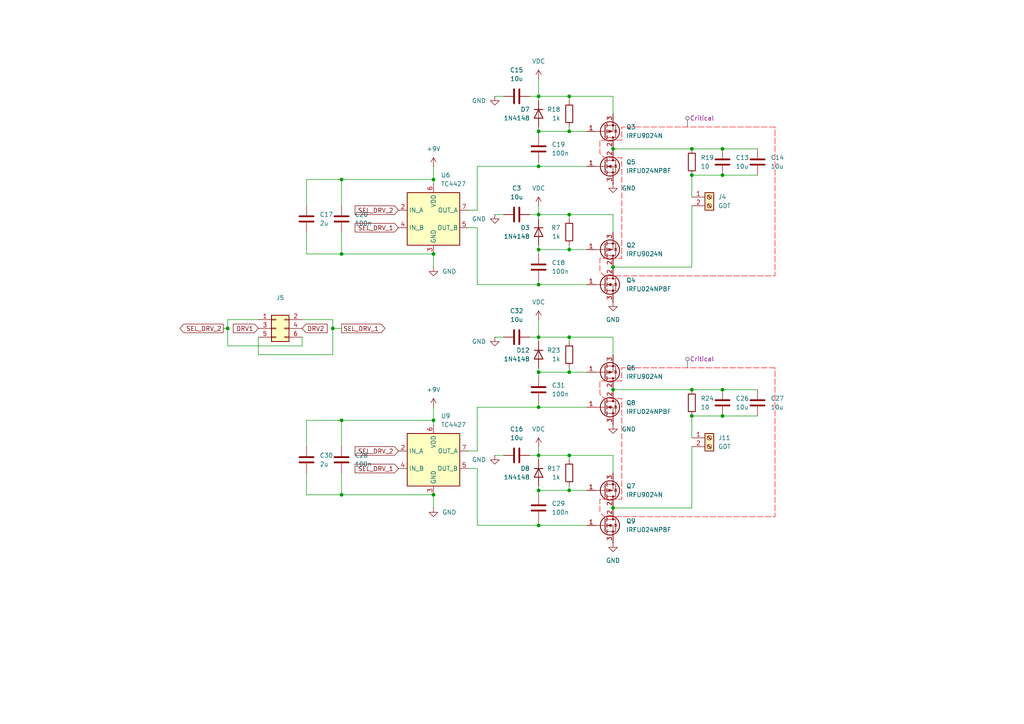
<source format=kicad_sch>
(kicad_sch (version 20250114) (generator "eeschema") (generator_version "9.0")
  (paper "A4")
  (lib_symbols
    (symbol "Connector:Screw_Terminal_01x02" (pin_names (offset 1.016) (hide yes))
      (property "Reference" "J" (at 0 2.54 0))
      (property "Value" "Screw_Terminal_01x02" (at 0 -5.08 0))
      (symbol "Screw_Terminal_01x02_1_1"
        (rectangle (start -1.27 1.27) (end 1.27 -3.81) (stroke (width 0.254)) (fill (type background)))
        (polyline (pts (xy -0.5334 0.3302) (xy 0.3302 -0.508)) (stroke (width 0.1524)))
        (polyline (pts (xy -0.5334 -2.2098) (xy 0.3302 -3.048)) (stroke (width 0.1524)))
        (polyline (pts (xy -0.3556 0.508) (xy 0.508 -0.3302)) (stroke (width 0.1524)))
        (polyline (pts (xy -0.3556 -2.032) (xy 0.508 -2.8702)) (stroke (width 0.1524)))
        (circle (center 0 0) (radius 0.635) (stroke (width 0.1524)))
        (circle (center 0 -2.54) (radius 0.635) (stroke (width 0.1524)))
        (pin passive line (at -5.08 0 0) (length 3.81) (name "Pin_1") (number "1"))
        (pin passive line (at -5.08 -2.54 0) (length 3.81) (name "Pin_2") (number "2"))
      )
    )
    (symbol "Connector_Generic:Conn_02x03_Odd_Even" (pin_names (offset 1.016) (hide yes))
      (property "Reference" "J" (at 1.27 5.08 0))
      (property "Value" "Conn_02x03_Odd_Even" (at 1.27 -5.08 0))
      (symbol "Conn_02x03_Odd_Even_1_1"
        (rectangle (start -1.27 3.81) (end 3.81 -3.81) (stroke (width 0.254)) (fill (type background)))
        (rectangle (start -1.27 2.667) (end 0 2.413) (stroke (width 0.1524)))
        (rectangle (start -1.27 0.127) (end 0 -0.127) (stroke (width 0.1524)))
        (rectangle (start -1.27 -2.413) (end 0 -2.667) (stroke (width 0.1524)))
        (rectangle (start 3.81 2.667) (end 2.54 2.413) (stroke (width 0.1524)))
        (rectangle (start 3.81 0.127) (end 2.54 -0.127) (stroke (width 0.1524)))
        (rectangle (start 3.81 -2.413) (end 2.54 -2.667) (stroke (width 0.1524)))
        (pin passive line (at -5.08 2.54 0) (length 3.81) (name "Pin_1") (number "1"))
        (pin passive line (at -5.08 0 0) (length 3.81) (name "Pin_3") (number "3"))
        (pin passive line (at -5.08 -2.54 0) (length 3.81) (name "Pin_5") (number "5"))
        (pin passive line (at 7.62 2.54 180) (length 3.81) (name "Pin_2") (number "2"))
        (pin passive line (at 7.62 0 180) (length 3.81) (name "Pin_4") (number "4"))
        (pin passive line (at 7.62 -2.54 180) (length 3.81) (name "Pin_6") (number "6"))
      )
    )
    (symbol "Device:C" (pin_numbers (hide yes)) (pin_names (offset 0.254))
      (property "Reference" "C" (at 0.635 2.54 0))
      (property "Value" "C" (at 0.635 -2.54 0))
      (symbol "C_0_1"
        (polyline (pts (xy -2.032 0.762) (xy 2.032 0.762)) (stroke (width 0.508)))
        (polyline (pts (xy -2.032 -0.762) (xy 2.032 -0.762)) (stroke (width 0.508)))
      )
      (symbol "C_1_1"
        (pin passive line (at 0 3.81 270) (length 2.794) (name "~") (number "1"))
        (pin passive line (at 0 -3.81 90) (length 2.794) (name "~") (number "2"))
      )
    )
    (symbol "Device:R" (pin_numbers (hide yes)) (pin_names (offset 0))
      (property "Reference" "R" (at 2.032 0 90))
      (property "Value" "R" (at 0 0 90))
      (symbol "R_0_1"
        (rectangle (start -1.016 -2.54) (end 1.016 2.54) (stroke (width 0.254)))
      )
      (symbol "R_1_1"
        (pin passive line (at 0 3.81 270) (length 1.27) (name "~") (number "1"))
        (pin passive line (at 0 -3.81 90) (length 1.27) (name "~") (number "2"))
      )
    )
    (symbol "Diode:1N4148" (pin_numbers (hide yes)) (pin_names (hide yes))
      (property "Reference" "D" (at 0 2.54 0))
      (property "Value" "1N4148" (at 0 -2.54 0))
      (symbol "1N4148_0_1"
        (polyline (pts (xy -1.27 1.27) (xy -1.27 -1.27)) (stroke (width 0.254)))
        (polyline (pts (xy 1.27 1.27) (xy 1.27 -1.27) (xy -1.27 0) (xy 1.27 1.27)) (stroke (width 0.254)))
        (polyline (pts (xy 1.27 0) (xy -1.27 0)))
      )
      (symbol "1N4148_1_1"
        (pin passive line (at -3.81 0 0) (length 2.54) (name "K") (number "1"))
        (pin passive line (at 3.81 0 180) (length 2.54) (name "A") (number "2"))
      )
    )
    (symbol "Driver_FET:TC4427xOA"
      (property "Reference" "U" (at -7.62 8.89 0))
      (property "Value" "TC4427xOA" (at 1.27 8.89 0))
      (symbol "TC4427xOA_0_1"
        (rectangle (start -7.62 -7.62) (end 7.62 7.62) (stroke (width 0.254)) (fill (type background)))
      )
      (symbol "TC4427xOA_1_1"
        (pin input line (at -10.16 2.54 0) (length 2.54) (name "IN_A") (number "2"))
        (pin input line (at -10.16 -2.54 0) (length 2.54) (name "IN_B") (number "4"))
        (pin no_connect line (at -7.62 0 0) (length 2.54) (hide yes) (name "NC") (number "1"))
        (pin power_in line (at 0 10.16 270) (length 2.54) (name "VDD") (number "6"))
        (pin power_in line (at 0 -10.16 90) (length 2.54) (name "GND") (number "3"))
        (pin no_connect line (at 7.62 0 180) (length 2.54) (hide yes) (name "NC") (number "8"))
        (pin output line (at 10.16 2.54 180) (length 2.54) (name "OUT_A") (number "7"))
        (pin output line (at 10.16 -2.54 180) (length 2.54) (name "OUT_B") (number "5"))
      )
    )
    (symbol "Transistor_FET:Q_NMOS_GDS" (pin_names (offset 0) (hide yes))
      (property "Reference" "Q" (at 5.08 1.905 0))
      (property "Value" "Q_NMOS_GDS" (at 5.08 0 0))
      (symbol "Q_NMOS_GDS_0_1"
        (polyline (pts (xy 0.254 1.905) (xy 0.254 -1.905)) (stroke (width 0.254)))
        (polyline (pts (xy 0.254 0) (xy -2.54 0)))
        (polyline (pts (xy 0.762 2.286) (xy 0.762 1.27)) (stroke (width 0.254)))
        (polyline (pts (xy 0.762 0.508) (xy 0.762 -0.508)) (stroke (width 0.254)))
        (polyline (pts (xy 0.762 -1.27) (xy 0.762 -2.286)) (stroke (width 0.254)))
        (polyline (pts (xy 0.762 -1.778) (xy 3.302 -1.778) (xy 3.302 1.778) (xy 0.762 1.778)))
        (polyline (pts (xy 1.016 0) (xy 2.032 0.381) (xy 2.032 -0.381) (xy 1.016 0)) (fill (type outline)))
        (circle (center 1.651 0) (radius 2.794) (stroke (width 0.254)))
        (polyline (pts (xy 2.54 2.54) (xy 2.54 1.778)))
        (circle (center 2.54 1.778) (radius 0.254) (fill (type outline)))
        (circle (center 2.54 -1.778) (radius 0.254) (fill (type outline)))
        (polyline (pts (xy 2.54 -2.54) (xy 2.54 0) (xy 0.762 0)))
        (polyline (pts (xy 2.921 0.381) (xy 3.683 0.381)))
        (polyline (pts (xy 3.302 0.381) (xy 2.921 -0.254) (xy 3.683 -0.254) (xy 3.302 0.381)))
      )
      (symbol "Q_NMOS_GDS_1_1"
        (pin input line (at -5.08 0 0) (length 2.54) (name "G") (number "1"))
        (pin passive line (at 2.54 5.08 270) (length 2.54) (name "D") (number "2"))
        (pin passive line (at 2.54 -5.08 90) (length 2.54) (name "S") (number "3"))
      )
    )
    (symbol "Transistor_FET:Q_PMOS_GDS" (pin_names (offset 0) (hide yes))
      (property "Reference" "Q" (at 5.08 1.905 0))
      (property "Value" "Q_PMOS_GDS" (at 5.08 0 0))
      (symbol "Q_PMOS_GDS_0_1"
        (polyline (pts (xy 0.254 1.905) (xy 0.254 -1.905)) (stroke (width 0.254)))
        (polyline (pts (xy 0.254 0) (xy -2.54 0)))
        (polyline (pts (xy 0.762 2.286) (xy 0.762 1.27)) (stroke (width 0.254)))
        (polyline (pts (xy 0.762 1.778) (xy 3.302 1.778) (xy 3.302 -1.778) (xy 0.762 -1.778)))
        (polyline (pts (xy 0.762 0.508) (xy 0.762 -0.508)) (stroke (width 0.254)))
        (polyline (pts (xy 0.762 -1.27) (xy 0.762 -2.286)) (stroke (width 0.254)))
        (circle (center 1.651 0) (radius 2.794) (stroke (width 0.254)))
        (polyline (pts (xy 2.286 0) (xy 1.27 0.381) (xy 1.27 -0.381) (xy 2.286 0)) (fill (type outline)))
        (polyline (pts (xy 2.54 2.54) (xy 2.54 1.778)))
        (circle (center 2.54 1.778) (radius 0.254) (fill (type outline)))
        (circle (center 2.54 -1.778) (radius 0.254) (fill (type outline)))
        (polyline (pts (xy 2.54 -2.54) (xy 2.54 0) (xy 0.762 0)))
        (polyline (pts (xy 2.921 -0.381) (xy 3.683 -0.381)))
        (polyline (pts (xy 3.302 -0.381) (xy 2.921 0.254) (xy 3.683 0.254) (xy 3.302 -0.381)))
      )
      (symbol "Q_PMOS_GDS_1_1"
        (pin input line (at -5.08 0 0) (length 2.54) (name "G") (number "1"))
        (pin passive line (at 2.54 5.08 270) (length 2.54) (name "D") (number "2"))
        (pin passive line (at 2.54 -5.08 90) (length 2.54) (name "S") (number "3"))
      )
    )
    (symbol "power:+9V" (power) (pin_numbers (hide yes)) (pin_names (offset 0) (hide yes))
      (property "Value" "+9V" (at 0 3.556 0))
      (symbol "+9V_0_1"
        (polyline (pts (xy -0.762 1.27) (xy 0 2.54)))
        (polyline (pts (xy 0 2.54) (xy 0.762 1.27)))
        (polyline (pts (xy 0 0) (xy 0 2.54)))
      )
      (symbol "+9V_1_1"
        (pin power_in line (at 0 0 90) (length 0) (name "~") (number "1"))
      )
    )
    (symbol "power:GND" (power) (pin_numbers (hide yes)) (pin_names (offset 0) (hide yes))
      (property "Value" "GND" (at 0 -3.81 0))
      (symbol "GND_0_1"
        (polyline (pts (xy 0 0) (xy 0 -1.27) (xy 1.27 -1.27) (xy 0 -2.54) (xy -1.27 -1.27) (xy 0 -1.27)))
      )
      (symbol "GND_1_1"
        (pin power_in line (at 0 0 270) (length 0) (name "~") (number "1"))
      )
    )
    (symbol "power:VDC" (power) (pin_numbers (hide yes)) (pin_names (offset 0) (hide yes))
      (property "Value" "VDC" (at 0 3.556 0))
      (symbol "VDC_0_1"
        (polyline (pts (xy -0.762 1.27) (xy 0 2.54)))
        (polyline (pts (xy 0 2.54) (xy 0.762 1.27)))
        (polyline (pts (xy 0 0) (xy 0 2.54)))
      )
      (symbol "VDC_1_1"
        (pin power_in line (at 0 0 90) (length 0) (name "~") (number "1"))
      )
    )
  )
  (junction (at 177.8 43.18))
  (junction (at 200.66 113.03))
  (junction (at 177.8 147.32))
  (junction (at 156.21 132.08))
  (junction (at 96.52 95.25))
  (junction (at 165.1 38.1))
  (junction (at 125.73 52.07))
  (junction (at 99.06 143.51))
  (junction (at 200.66 50.8))
  (junction (at 99.06 73.66))
  (junction (at 165.1 72.39))
  (junction (at 165.1 62.23))
  (junction (at 209.55 43.18))
  (junction (at 165.1 27.94))
  (junction (at 200.66 43.18))
  (junction (at 200.66 120.65))
  (junction (at 209.55 113.03))
  (junction (at 125.73 73.66))
  (junction (at 165.1 107.95))
  (junction (at 209.55 50.8))
  (junction (at 156.21 97.79))
  (junction (at 156.21 107.95))
  (junction (at 165.1 142.24))
  (junction (at 99.06 52.07))
  (junction (at 209.55 120.65))
  (junction (at 156.21 142.24))
  (junction (at 156.21 118.11))
  (junction (at 99.06 121.92))
  (junction (at 66.04 95.25))
  (junction (at 177.8 77.47))
  (junction (at 156.21 38.1))
  (junction (at 125.73 143.51))
  (junction (at 156.21 152.4))
  (junction (at 156.21 62.23))
  (junction (at 156.21 27.94))
  (junction (at 125.73 121.92))
  (junction (at 177.8 113.03))
  (junction (at 156.21 72.39))
  (junction (at 156.21 48.26))
  (junction (at 165.1 132.08))
  (junction (at 165.1 97.79))
  (junction (at 156.21 82.55))
  (wire (pts (xy 177.8 97.79) (xy 165.1 97.79)))
  (wire (pts (xy 99.06 143.51) (xy 125.73 143.51)))
  (wire (pts (xy 165.1 27.94) (xy 165.1 29.21)))
  (wire (pts (xy 74.93 102.87) (xy 96.52 102.87)))
  (wire (pts (xy 156.21 118.11) (xy 170.18 118.11)))
  (wire (pts (xy 200.66 50.8) (xy 209.55 50.8)))
  (wire (pts (xy 209.55 50.8) (xy 219.71 50.8)))
  (wire (pts (xy 156.21 82.55) (xy 170.18 82.55)))
  (wire (pts (xy 87.63 100.33) (xy 66.04 100.33)))
  (wire (pts (xy 165.1 62.23) (xy 165.1 63.5)))
  (wire (pts (xy 156.21 27.94) (xy 165.1 27.94)))
  (wire (pts (xy 177.8 33.02) (xy 177.8 27.94)))
  (wire (pts (xy 156.21 62.23) (xy 156.21 63.5)))
  (wire (pts (xy 138.43 48.26) (xy 156.21 48.26)))
  (wire (pts (xy 156.21 38.1) (xy 165.1 38.1)))
  (wire (pts (xy 125.73 121.92) (xy 125.73 123.19)))
  (wire (pts (xy 88.9 143.51) (xy 99.06 143.51)))
  (wire (pts (xy 177.8 77.47) (xy 200.66 77.47)))
  (wire (pts (xy 153.67 97.79) (xy 156.21 97.79)))
  (wire (pts (xy 135.89 66.04) (xy 138.43 66.04)))
  (wire (pts (xy 156.21 48.26) (xy 170.18 48.26)))
  (wire (pts (xy 156.21 107.95) (xy 165.1 107.95)))
  (wire (pts (xy 200.66 120.65) (xy 200.66 127)))
  (wire (pts (xy 209.55 43.18) (xy 219.71 43.18)))
  (wire (pts (xy 138.43 152.4) (xy 156.21 152.4)))
  (wire (pts (xy 138.43 135.89) (xy 138.43 152.4)))
  (wire (pts (xy 156.21 132.08) (xy 156.21 133.35)))
  (wire (pts (xy 88.9 121.92) (xy 99.06 121.92)))
  (wire (pts (xy 96.52 102.87) (xy 96.52 95.25)))
  (wire (pts (xy 156.21 109.22) (xy 156.21 107.95)))
  (wire (pts (xy 146.05 132.08) (xy 143.51 132.08)))
  (wire (pts (xy 156.21 97.79) (xy 156.21 99.06)))
  (wire (pts (xy 156.21 73.66) (xy 156.21 72.39)))
  (wire (pts (xy 200.66 43.18) (xy 209.55 43.18)))
  (wire (pts (xy 135.89 60.96) (xy 138.43 60.96)))
  (wire (pts (xy 125.73 52.07) (xy 125.73 53.34)))
  (wire (pts (xy 135.89 135.89) (xy 138.43 135.89)))
  (wire (pts (xy 99.06 137.16) (xy 99.06 143.51)))
  (wire (pts (xy 138.43 60.96) (xy 138.43 48.26)))
  (wire (pts (xy 200.66 59.69) (xy 200.66 77.47)))
  (wire (pts (xy 146.05 62.23) (xy 143.51 62.23)))
  (wire (pts (xy 66.04 95.25) (xy 66.04 92.71)))
  (wire (pts (xy 99.06 73.66) (xy 125.73 73.66)))
  (wire (pts (xy 200.66 120.65) (xy 209.55 120.65)))
  (wire (pts (xy 96.52 95.25) (xy 96.52 92.71)))
  (wire (pts (xy 99.06 121.92) (xy 125.73 121.92)))
  (wire (pts (xy 99.06 121.92) (xy 99.06 129.54)))
  (wire (pts (xy 88.9 67.31) (xy 88.9 73.66)))
  (wire (pts (xy 125.73 48.26) (xy 125.73 52.07)))
  (wire (pts (xy 156.21 140.97) (xy 156.21 142.24)))
  (wire (pts (xy 138.43 66.04) (xy 138.43 82.55)))
  (wire (pts (xy 88.9 59.69) (xy 88.9 52.07)))
  (wire (pts (xy 138.43 130.81) (xy 138.43 118.11)))
  (wire (pts (xy 156.21 151.13) (xy 156.21 152.4)))
  (wire (pts (xy 177.8 137.16) (xy 177.8 132.08)))
  (wire (pts (xy 165.1 132.08) (xy 165.1 133.35)))
  (wire (pts (xy 156.21 39.37) (xy 156.21 38.1)))
  (wire (pts (xy 88.9 129.54) (xy 88.9 121.92)))
  (wire (pts (xy 177.8 132.08) (xy 165.1 132.08)))
  (wire (pts (xy 64.77 95.25) (xy 66.04 95.25)))
  (wire (pts (xy 88.9 137.16) (xy 88.9 143.51)))
  (wire (pts (xy 138.43 82.55) (xy 156.21 82.55)))
  (wire (pts (xy 156.21 36.83) (xy 156.21 38.1)))
  (wire (pts (xy 165.1 107.95) (xy 170.18 107.95)))
  (wire (pts (xy 165.1 140.97) (xy 165.1 142.24)))
  (wire (pts (xy 177.8 27.94) (xy 165.1 27.94)))
  (wire (pts (xy 156.21 62.23) (xy 165.1 62.23)))
  (wire (pts (xy 156.21 92.71) (xy 156.21 97.79)))
  (wire (pts (xy 66.04 100.33) (xy 66.04 95.25)))
  (wire (pts (xy 156.21 132.08) (xy 165.1 132.08)))
  (wire (pts (xy 177.8 67.31) (xy 177.8 62.23)))
  (wire (pts (xy 99.06 95.25) (xy 96.52 95.25)))
  (wire (pts (xy 138.43 118.11) (xy 156.21 118.11)))
  (wire (pts (xy 200.66 50.8) (xy 200.66 57.15)))
  (wire (pts (xy 177.8 43.18) (xy 200.66 43.18)))
  (wire (pts (xy 87.63 97.79) (xy 87.63 100.33)))
  (wire (pts (xy 165.1 38.1) (xy 170.18 38.1)))
  (wire (pts (xy 99.06 52.07) (xy 99.06 59.69)))
  (wire (pts (xy 156.21 81.28) (xy 156.21 82.55)))
  (wire (pts (xy 165.1 97.79) (xy 165.1 99.06)))
  (wire (pts (xy 200.66 129.54) (xy 200.66 147.32)))
  (wire (pts (xy 125.73 118.11) (xy 125.73 121.92)))
  (wire (pts (xy 156.21 59.69) (xy 156.21 62.23)))
  (wire (pts (xy 200.66 113.03) (xy 209.55 113.03)))
  (wire (pts (xy 209.55 113.03) (xy 219.71 113.03)))
  (wire (pts (xy 156.21 71.12) (xy 156.21 72.39)))
  (wire (pts (xy 177.8 62.23) (xy 165.1 62.23)))
  (wire (pts (xy 156.21 116.84) (xy 156.21 118.11)))
  (wire (pts (xy 146.05 27.94) (xy 143.51 27.94)))
  (wire (pts (xy 165.1 142.24) (xy 170.18 142.24)))
  (wire (pts (xy 146.05 97.79) (xy 143.51 97.79)))
  (wire (pts (xy 209.55 120.65) (xy 219.71 120.65)))
  (wire (pts (xy 125.73 147.32) (xy 125.73 143.51)))
  (wire (pts (xy 99.06 52.07) (xy 125.73 52.07)))
  (wire (pts (xy 177.8 147.32) (xy 200.66 147.32)))
  (wire (pts (xy 156.21 97.79) (xy 165.1 97.79)))
  (wire (pts (xy 66.04 92.71) (xy 74.93 92.71)))
  (wire (pts (xy 156.21 46.99) (xy 156.21 48.26)))
  (wire (pts (xy 88.9 52.07) (xy 99.06 52.07)))
  (wire (pts (xy 135.89 130.81) (xy 138.43 130.81)))
  (wire (pts (xy 153.67 132.08) (xy 156.21 132.08)))
  (wire (pts (xy 165.1 106.68) (xy 165.1 107.95)))
  (wire (pts (xy 156.21 143.51) (xy 156.21 142.24)))
  (wire (pts (xy 165.1 71.12) (xy 165.1 72.39)))
  (wire (pts (xy 165.1 36.83) (xy 165.1 38.1)))
  (wire (pts (xy 156.21 129.54) (xy 156.21 132.08)))
  (wire (pts (xy 156.21 27.94) (xy 156.21 29.21)))
  (wire (pts (xy 99.06 67.31) (xy 99.06 73.66)))
  (wire (pts (xy 156.21 106.68) (xy 156.21 107.95)))
  (wire (pts (xy 153.67 62.23) (xy 156.21 62.23)))
  (wire (pts (xy 156.21 152.4) (xy 170.18 152.4)))
  (wire (pts (xy 165.1 72.39) (xy 170.18 72.39)))
  (wire (pts (xy 153.67 27.94) (xy 156.21 27.94)))
  (wire (pts (xy 177.8 113.03) (xy 200.66 113.03)))
  (wire (pts (xy 156.21 142.24) (xy 165.1 142.24)))
  (wire (pts (xy 125.73 77.47) (xy 125.73 73.66)))
  (wire (pts (xy 156.21 22.86) (xy 156.21 27.94)))
  (wire (pts (xy 88.9 73.66) (xy 99.06 73.66)))
  (wire (pts (xy 177.8 102.87) (xy 177.8 97.79)))
  (wire (pts (xy 156.21 72.39) (xy 165.1 72.39)))
  (wire (pts (xy 96.52 92.71) (xy 87.63 92.71)))
  (wire (pts (xy 74.93 97.79) (xy 74.93 102.87)))
  (global_label "DRV1" (shape input) (at 74.93 95.25 180) (property "Intersheetrefs" "${INTERSHEET_REFS}" (effects (hide yes))))
  (global_label "SEL_DRV_1" (shape output) (at 99.06 95.25 0) (property "Intersheetrefs" "${INTERSHEET_REFS}" (effects (hide yes))))
  (global_label "SEL_DRV_2" (shape input) (at 115.57 60.96 180) (property "Intersheetrefs" "${INTERSHEET_REFS}" (effects (hide yes))))
  (global_label "SEL_DRV_1" (shape input) (at 115.57 135.89 180) (property "Intersheetrefs" "${INTERSHEET_REFS}" (effects (hide yes))))
  (global_label "SEL_DRV_2" (shape output) (at 64.77 95.25 180) (property "Intersheetrefs" "${INTERSHEET_REFS}" (effects (hide yes))))
  (global_label "SEL_DRV_1" (shape input) (at 115.57 66.04 180) (property "Intersheetrefs" "${INTERSHEET_REFS}" (effects (hide yes))))
  (global_label "DRV2" (shape input) (at 87.63 95.25 0) (property "Intersheetrefs" "${INTERSHEET_REFS}" (effects (hide yes))))
  (global_label "SEL_DRV_2" (shape input) (at 115.57 130.81 180) (property "Intersheetrefs" "${INTERSHEET_REFS}" (effects (hide yes))))
  (rule_area (polyline (pts (xy 224.79 106.68) (xy 180.34 106.68) (xy 180.34 110.49) (xy 173.99 110.49) (xy 173.99 114.3) (xy 175.26 115.57) (xy 180.34 115.57) (xy 180.34 144.78) (xy 173.99 144.78) (xy 173.99 148.59) (xy 175.26 149.86) (xy 224.79 149.86)) (stroke (width 0) (type dash))))
  (rule_area (polyline (pts (xy 224.79 36.83) (xy 180.34 36.83) (xy 180.34 40.64) (xy 173.99 40.64) (xy 173.99 44.45) (xy 175.26 45.72) (xy 180.34 45.72) (xy 180.34 74.93) (xy 173.99 74.93) (xy 173.99 78.74) (xy 175.26 80.01) (xy 224.79 80.01)) (stroke (width 0) (type dash))))
  (netclass_flag "" (length 2.54) (shape round) (at 199.39 36.83 0) (property "Netclass" "Critical" (at 200.0885 34.29 0) (effects (justify left))))
  (netclass_flag "" (length 2.54) (shape round) (at 199.39 106.68 0) (property "Netclass" "Critical" (at 200.0885 104.14 0) (effects (justify left))))
  (symbol (lib_id "Device:R") (at 165.1 102.87 0) (unit 1)
    (property "Reference" "R23" (at 162.56 101.5999 0) (effects (justify right)))
    (property "Value" "1k" (at 162.56 104.1399 0) (effects (justify right)))
    (property "Footprint" "Resistor_THT:R_Axial_DIN0207_L6.3mm_D2.5mm_P2.54mm_Vertical" (effects (hide yes)))
    (property "Description" "Resistor" (effects (hide yes)))
  )
  (symbol (lib_id "Device:R") (at 165.1 33.02 0) (unit 1)
    (property "Reference" "R18" (at 162.56 31.7499 0) (effects (justify right)))
    (property "Value" "1k" (at 162.56 34.2899 0) (effects (justify right)))
    (property "Footprint" "Resistor_THT:R_Axial_DIN0207_L6.3mm_D2.5mm_P2.54mm_Vertical" (effects (hide yes)))
    (property "Description" "Resistor" (effects (hide yes)))
  )
  (symbol (lib_id "Diode:1N4148") (at 156.21 102.87 270) (unit 1)
    (property "Reference" "D12" (at 153.67 101.5999 90) (effects (justify right)))
    (property "Value" "1N4148" (at 153.67 104.1399 90) (effects (justify right)))
    (property "Footprint" "Diode_THT:D_DO-35_SOD27_P2.54mm_Vertical_KathodeUp" (effects (hide yes)))
    (property "Datasheet" "https://assets.nexperia.com/documents/data-sheet/1N4148_1N4448.pdf" (effects (hide yes)))
    (property "Description" "100V 0.15A standard switching diode, DO-35" (effects (hide yes)))
    (property "Sim.Device" "D" (effects (hide yes)))
    (property "Sim.Pins" "1=K 2=A" (effects (hide yes)))
  )
  (symbol (lib_id "power:GND") (at 125.73 77.47 0) (unit 1)
    (property "Reference" "#PWR040" (effects (hide yes)))
    (property "Value" "GND" (at 128.27 78.7399 0) (effects (justify left)))
    (property "Description" "Power symbol creates a global label with name \"GND\" , ground" (effects (hide yes)))
  )
  (symbol (lib_id "Connector:Screw_Terminal_01x02") (at 205.74 127 0) (unit 1)
    (property "Reference" "J11" (at 208.28 126.9999 0) (effects (justify left)))
    (property "Value" "GDT" (at 208.28 129.5399 0) (effects (justify left)))
    (property "Footprint" "Connector_JST:JST_XH_B2B-XH-A_1x02_P2.50mm_Vertical" (effects (hide yes)))
    (property "Description" "Generic screw terminal, single row, 01x02, script generated (kicad-library-utils/schlib/autogen/connector/)" (effects (hide yes)))
  )
  (symbol (lib_id "Device:C") (at 99.06 63.5 180) (unit 1)
    (property "Reference" "C20" (at 102.87 62.2299 0) (effects (justify right)))
    (property "Value" "100n" (at 102.87 64.7699 0) (effects (justify right)))
    (property "Footprint" "Capacitor_THT:C_Disc_D4.7mm_W2.5mm_P5.00mm" (effects (hide yes)))
    (property "Description" "Unpolarized capacitor" (effects (hide yes)))
  )
  (symbol (lib_id "Diode:1N4148") (at 156.21 67.31 270) (unit 1)
    (property "Reference" "D3" (at 153.67 66.0399 90) (effects (justify right)))
    (property "Value" "1N4148" (at 153.67 68.5799 90) (effects (justify right)))
    (property "Footprint" "Diode_THT:D_DO-35_SOD27_P2.54mm_Vertical_KathodeUp" (effects (hide yes)))
    (property "Datasheet" "https://assets.nexperia.com/documents/data-sheet/1N4148_1N4448.pdf" (effects (hide yes)))
    (property "Description" "100V 0.15A standard switching diode, DO-35" (effects (hide yes)))
    (property "Sim.Device" "D" (effects (hide yes)))
    (property "Sim.Pins" "1=K 2=A" (effects (hide yes)))
  )
  (symbol (lib_id "Transistor_FET:Q_NMOS_GDS") (at 175.26 118.11 0) (unit 1)
    (property "Reference" "Q8" (at 181.61 116.8399 0) (effects (justify left)))
    (property "Value" "IRFU024NPBF" (at 181.61 119.3799 0) (effects (justify left)))
    (property "Footprint" "Library:TO-251-3-1EP_Horizontal_TabDown" (effects (hide yes)))
    (property "Datasheet" "https://www.infineon.com/dgdl/irfr024npbf.pdf?fileId=5546d462533600a40153562cf721203c" (effects (hide yes)))
  )
  (symbol (lib_id "Device:R") (at 200.66 116.84 0) (unit 1)
    (property "Reference" "R24" (at 203.2 115.5699 0) (effects (justify left)))
    (property "Value" "10" (at 203.2 118.1099 0) (effects (justify left)))
    (property "Footprint" "Resistor_THT:R_Axial_DIN0309_L9.0mm_D3.2mm_P2.54mm_Vertical" (effects (hide yes)))
    (property "Description" "Resistor" (effects (hide yes)))
  )
  (symbol (lib_id "power:+9V") (at 125.73 118.11 0) (unit 1)
    (property "Reference" "#PWR043" (effects (hide yes)))
    (property "Value" "+9V" (at 125.73 113.03 0))
    (property "Description" "Power symbol creates a global label with name \"+9V\"" (effects (hide yes)))
  )
  (symbol (lib_id "Device:R") (at 200.66 46.99 0) (unit 1)
    (property "Reference" "R19" (at 203.2 45.7199 0) (effects (justify left)))
    (property "Value" "10" (at 203.2 48.2599 0) (effects (justify left)))
    (property "Footprint" "Resistor_THT:R_Axial_DIN0309_L9.0mm_D3.2mm_P2.54mm_Vertical" (effects (hide yes)))
    (property "Description" "Resistor" (effects (hide yes)))
  )
  (symbol (lib_id "Device:C") (at 209.55 46.99 0) (unit 1)
    (property "Reference" "C13" (at 213.36 45.7199 0) (effects (justify left)))
    (property "Value" "10u" (at 213.36 48.2599 0) (effects (justify left)))
    (property "Footprint" "Capacitor_THT:C_Disc_D4.7mm_W2.5mm_P5.00mm" (effects (hide yes)))
    (property "Description" "Unpolarized capacitor" (effects (hide yes)))
  )
  (symbol (lib_id "power:VDC") (at 156.21 129.54 0) (unit 1)
    (property "Reference" "#PWR061" (effects (hide yes)))
    (property "Value" "VDC" (at 156.21 124.46 0))
    (property "Description" "Power symbol creates a global label with name \"VDC\"" (effects (hide yes)))
  )
  (symbol (lib_id "Device:C") (at 149.86 97.79 270) (unit 1)
    (property "Reference" "C32" (at 149.86 90.17 90))
    (property "Value" "10u" (at 149.86 92.71 90))
    (property "Footprint" "Capacitor_THT:C_Disc_D4.7mm_W2.5mm_P5.00mm" (effects (hide yes)))
    (property "Description" "Unpolarized capacitor" (effects (hide yes)))
  )
  (symbol (lib_id "Connector:Screw_Terminal_01x02") (at 205.74 57.15 0) (unit 1)
    (property "Reference" "J4" (at 208.28 57.1499 0) (effects (justify left)))
    (property "Value" "GDT" (at 208.28 59.6899 0) (effects (justify left)))
    (property "Footprint" "Connector_JST:JST_XH_B2B-XH-A_1x02_P2.50mm_Vertical" (effects (hide yes)))
    (property "Description" "Generic screw terminal, single row, 01x02, script generated (kicad-library-utils/schlib/autogen/connector/)" (effects (hide yes)))
  )
  (symbol (lib_id "power:GND") (at 177.8 123.19 0) (unit 1)
    (property "Reference" "#PWR062" (effects (hide yes)))
    (property "Value" "GND" (at 180.34 124.4599 0) (effects (justify left)))
    (property "Description" "Power symbol creates a global label with name \"GND\" , ground" (effects (hide yes)))
  )
  (symbol (lib_id "Diode:1N4148") (at 156.21 137.16 270) (unit 1)
    (property "Reference" "D8" (at 153.67 135.8899 90) (effects (justify right)))
    (property "Value" "1N4148" (at 153.67 138.4299 90) (effects (justify right)))
    (property "Footprint" "Diode_THT:D_DO-35_SOD27_P2.54mm_Vertical_KathodeUp" (effects (hide yes)))
    (property "Datasheet" "https://assets.nexperia.com/documents/data-sheet/1N4148_1N4448.pdf" (effects (hide yes)))
    (property "Description" "100V 0.15A standard switching diode, DO-35" (effects (hide yes)))
    (property "Sim.Device" "D" (effects (hide yes)))
    (property "Sim.Pins" "1=K 2=A" (effects (hide yes)))
  )
  (symbol (lib_id "Device:C") (at 209.55 116.84 0) (unit 1)
    (property "Reference" "C26" (at 213.36 115.5699 0) (effects (justify left)))
    (property "Value" "10u" (at 213.36 118.1099 0) (effects (justify left)))
    (property "Footprint" "Capacitor_THT:C_Disc_D4.7mm_W2.5mm_P5.00mm" (effects (hide yes)))
    (property "Description" "Unpolarized capacitor" (effects (hide yes)))
  )
  (symbol (lib_id "Connector_Generic:Conn_02x03_Odd_Even") (at 80.01 95.25 0) (unit 1)
    (property "Reference" "J5" (at 81.28 86.36 0))
    (property "Value" "Conn_02x03_Odd_Even" (effects (hide yes)))
    (property "Footprint" "Connector_PinHeader_2.54mm:PinHeader_2x03_P2.54mm_Vertical" (effects (hide yes)))
    (property "Description" "Generic connector, double row, 02x03, odd/even pin numbering scheme (row 1 odd numbers, row 2 even numbers), script generated (kicad-library-utils/schlib/autogen/connector/)" (effects (hide yes)))
  )
  (symbol (lib_id "Device:C") (at 156.21 43.18 0) (unit 1)
    (property "Reference" "C19" (at 160.02 41.9099 0) (effects (justify left)))
    (property "Value" "100n" (at 160.02 44.4499 0) (effects (justify left)))
    (property "Footprint" "Capacitor_THT:C_Disc_D4.7mm_W2.5mm_P5.00mm" (effects (hide yes)))
    (property "Description" "Unpolarized capacitor" (effects (hide yes)))
  )
  (symbol (lib_id "power:GND") (at 125.73 147.32 0) (unit 1)
    (property "Reference" "#PWR044" (effects (hide yes)))
    (property "Value" "GND" (at 128.27 148.5899 0) (effects (justify left)))
    (property "Description" "Power symbol creates a global label with name \"GND\" , ground" (effects (hide yes)))
  )
  (symbol (lib_id "Device:R") (at 165.1 137.16 0) (unit 1)
    (property "Reference" "R17" (at 162.56 135.8899 0) (effects (justify right)))
    (property "Value" "1k" (at 162.56 138.4299 0) (effects (justify right)))
    (property "Footprint" "Resistor_THT:R_Axial_DIN0207_L6.3mm_D2.5mm_P2.54mm_Vertical" (effects (hide yes)))
    (property "Description" "Resistor" (effects (hide yes)))
  )
  (symbol (lib_id "Device:C") (at 219.71 46.99 0) (unit 1)
    (property "Reference" "C14" (at 223.52 45.7199 0) (effects (justify left)))
    (property "Value" "10u" (at 223.52 48.2599 0) (effects (justify left)))
    (property "Footprint" "Capacitor_THT:C_Disc_D4.7mm_W2.5mm_P5.00mm" (effects (hide yes)))
    (property "Description" "Unpolarized capacitor" (effects (hide yes)))
  )
  (symbol (lib_id "Transistor_FET:Q_NMOS_GDS") (at 175.26 82.55 0) (unit 1)
    (property "Reference" "Q4" (at 181.61 81.2799 0) (effects (justify left)))
    (property "Value" "IRFU024NPBF" (at 181.61 83.8199 0) (effects (justify left)))
    (property "Footprint" "Library:TO-251-3-1EP_Horizontal_TabDown" (effects (hide yes)))
    (property "Datasheet" "https://www.infineon.com/dgdl/irfr024npbf.pdf?fileId=5546d462533600a40153562cf721203c" (effects (hide yes)))
  )
  (symbol (lib_id "power:GND") (at 177.8 53.34 0) (unit 1)
    (property "Reference" "#PWR028" (effects (hide yes)))
    (property "Value" "GND" (at 180.34 54.6099 0) (effects (justify left)))
    (property "Description" "Power symbol creates a global label with name \"GND\" , ground" (effects (hide yes)))
  )
  (symbol (lib_id "power:GND") (at 177.8 157.48 0) (unit 1)
    (property "Reference" "#PWR063" (effects (hide yes)))
    (property "Value" "GND" (at 177.8 162.56 0))
    (property "Description" "Power symbol creates a global label with name \"GND\" , ground" (effects (hide yes)))
  )
  (symbol (lib_id "Device:C") (at 156.21 113.03 0) (unit 1)
    (property "Reference" "C31" (at 160.02 111.7599 0) (effects (justify left)))
    (property "Value" "100n" (at 160.02 114.2999 0) (effects (justify left)))
    (property "Footprint" "Capacitor_THT:C_Disc_D4.7mm_W2.5mm_P5.00mm" (effects (hide yes)))
    (property "Description" "Unpolarized capacitor" (effects (hide yes)))
  )
  (symbol (lib_id "Transistor_FET:Q_PMOS_GDS") (at 175.26 107.95 0) (mirror x) (unit 1)
    (property "Reference" "Q6" (at 181.61 106.6799 0) (effects (justify left)))
    (property "Value" "IRFU9024N" (at 181.61 109.2199 0) (effects (justify left)))
    (property "Footprint" "Library:TO-251-3-1EP_Horizontal_TabDown" (effects (hide yes)))
    (property "Datasheet" "https://www.infineon.com/dgdl/Infineon-IRFR9024N-DataSheet-v01_01-EN.pdf?fileId=5546d462533600a401535635f91d2132" (effects (hide yes)))
  )
  (symbol (lib_id "Transistor_FET:Q_NMOS_GDS") (at 175.26 48.26 0) (unit 1)
    (property "Reference" "Q5" (at 181.61 46.9899 0) (effects (justify left)))
    (property "Value" "IRFU024NPBF" (at 181.61 49.5299 0) (effects (justify left)))
    (property "Footprint" "Library:TO-251-3-1EP_Horizontal_TabDown" (effects (hide yes)))
    (property "Datasheet" "https://www.infineon.com/dgdl/irfr024npbf.pdf?fileId=5546d462533600a40153562cf721203c" (effects (hide yes)))
  )
  (symbol (lib_id "Diode:1N4148") (at 156.21 33.02 270) (unit 1)
    (property "Reference" "D7" (at 153.67 31.7499 90) (effects (justify right)))
    (property "Value" "1N4148" (at 153.67 34.2899 90) (effects (justify right)))
    (property "Footprint" "Diode_THT:D_DO-35_SOD27_P2.54mm_Vertical_KathodeUp" (effects (hide yes)))
    (property "Datasheet" "https://assets.nexperia.com/documents/data-sheet/1N4148_1N4448.pdf" (effects (hide yes)))
    (property "Description" "100V 0.15A standard switching diode, DO-35" (effects (hide yes)))
    (property "Sim.Device" "D" (effects (hide yes)))
    (property "Sim.Pins" "1=K 2=A" (effects (hide yes)))
  )
  (symbol (lib_id "Device:C") (at 156.21 77.47 0) (unit 1)
    (property "Reference" "C18" (at 160.02 76.1999 0) (effects (justify left)))
    (property "Value" "100n" (at 160.02 78.7399 0) (effects (justify left)))
    (property "Footprint" "Capacitor_THT:C_Disc_D4.7mm_W2.5mm_P5.00mm" (effects (hide yes)))
    (property "Description" "Unpolarized capacitor" (effects (hide yes)))
  )
  (symbol (lib_id "power:GND") (at 143.51 132.08 0) (unit 1)
    (property "Reference" "#PWR052" (effects (hide yes)))
    (property "Value" "GND" (at 140.97 133.3499 0) (effects (justify right)))
    (property "Description" "Power symbol creates a global label with name \"GND\" , ground" (effects (hide yes)))
  )
  (symbol (lib_id "Device:C") (at 88.9 133.35 180) (unit 1)
    (property "Reference" "C30" (at 92.71 132.0799 0) (effects (justify right)))
    (property "Value" "2u" (at 92.71 134.6199 0) (effects (justify right)))
    (property "Footprint" "Capacitor_THT:C_Rect_L7.2mm_W7.2mm_P5.00mm_FKS2_FKP2_MKS2_MKP2" (effects (hide yes)))
    (property "Description" "Unpolarized capacitor" (effects (hide yes)))
  )
  (symbol (lib_id "Transistor_FET:Q_PMOS_GDS") (at 175.26 142.24 0) (mirror x) (unit 1)
    (property "Reference" "Q7" (at 181.61 140.9699 0) (effects (justify left)))
    (property "Value" "IRFU9024N" (at 181.61 143.5099 0) (effects (justify left)))
    (property "Footprint" "Library:TO-251-3-1EP_Horizontal_TabDown" (effects (hide yes)))
    (property "Datasheet" "https://www.infineon.com/dgdl/Infineon-IRFR9024N-DataSheet-v01_01-EN.pdf?fileId=5546d462533600a401535635f91d2132" (effects (hide yes)))
  )
  (symbol (lib_id "power:GND") (at 177.8 87.63 0) (unit 1)
    (property "Reference" "#PWR029" (effects (hide yes)))
    (property "Value" "GND" (at 177.8 92.71 0))
    (property "Description" "Power symbol creates a global label with name \"GND\" , ground" (effects (hide yes)))
  )
  (symbol (lib_id "Device:C") (at 99.06 133.35 180) (unit 1)
    (property "Reference" "C28" (at 102.87 132.0799 0) (effects (justify right)))
    (property "Value" "100n" (at 102.87 134.6199 0) (effects (justify right)))
    (property "Footprint" "Capacitor_THT:C_Disc_D4.7mm_W2.5mm_P5.00mm" (effects (hide yes)))
    (property "Description" "Unpolarized capacitor" (effects (hide yes)))
  )
  (symbol (lib_id "power:GND") (at 143.51 27.94 0) (unit 1)
    (property "Reference" "#PWR021" (effects (hide yes)))
    (property "Value" "GND" (at 140.97 29.2099 0) (effects (justify right)))
    (property "Description" "Power symbol creates a global label with name \"GND\" , ground" (effects (hide yes)))
  )
  (symbol (lib_id "Transistor_FET:Q_PMOS_GDS") (at 175.26 72.39 0) (mirror x) (unit 1)
    (property "Reference" "Q2" (at 181.61 71.1199 0) (effects (justify left)))
    (property "Value" "IRFU9024N" (at 181.61 73.6599 0) (effects (justify left)))
    (property "Footprint" "Library:TO-251-3-1EP_Horizontal_TabDown" (effects (hide yes)))
    (property "Datasheet" "https://www.infineon.com/dgdl/Infineon-IRFR9024N-DataSheet-v01_01-EN.pdf?fileId=5546d462533600a401535635f91d2132" (effects (hide yes)))
  )
  (symbol (lib_id "power:VDC") (at 156.21 92.71 0) (unit 1)
    (property "Reference" "#PWR060" (effects (hide yes)))
    (property "Value" "VDC" (at 156.21 87.63 0))
    (property "Description" "Power symbol creates a global label with name \"VDC\"" (effects (hide yes)))
  )
  (symbol (lib_id "Transistor_FET:Q_NMOS_GDS") (at 175.26 152.4 0) (unit 1)
    (property "Reference" "Q9" (at 181.61 151.1299 0) (effects (justify left)))
    (property "Value" "IRFU024NPBF" (at 181.61 153.6699 0) (effects (justify left)))
    (property "Footprint" "Library:TO-251-3-1EP_Horizontal_TabDown" (effects (hide yes)))
    (property "Datasheet" "https://www.infineon.com/dgdl/irfr024npbf.pdf?fileId=5546d462533600a40153562cf721203c" (effects (hide yes)))
  )
  (symbol (lib_id "Device:C") (at 149.86 27.94 270) (unit 1)
    (property "Reference" "C15" (at 149.86 20.32 90))
    (property "Value" "10u" (at 149.86 22.86 90))
    (property "Footprint" "Capacitor_THT:C_Disc_D4.7mm_W2.5mm_P5.00mm" (effects (hide yes)))
    (property "Description" "Unpolarized capacitor" (effects (hide yes)))
  )
  (symbol (lib_id "Device:R") (at 165.1 67.31 0) (unit 1)
    (property "Reference" "R7" (at 162.56 66.0399 0) (effects (justify right)))
    (property "Value" "1k" (at 162.56 68.5799 0) (effects (justify right)))
    (property "Footprint" "Resistor_THT:R_Axial_DIN0207_L6.3mm_D2.5mm_P2.54mm_Vertical" (effects (hide yes)))
    (property "Description" "Resistor" (effects (hide yes)))
  )
  (symbol (lib_id "Device:C") (at 88.9 63.5 180) (unit 1)
    (property "Reference" "C17" (at 92.71 62.2299 0) (effects (justify right)))
    (property "Value" "2u" (at 92.71 64.7699 0) (effects (justify right)))
    (property "Footprint" "Capacitor_THT:C_Rect_L7.2mm_W7.2mm_P5.00mm_FKS2_FKP2_MKS2_MKP2" (effects (hide yes)))
    (property "Description" "Unpolarized capacitor" (effects (hide yes)))
  )
  (symbol (lib_id "Device:C") (at 219.71 116.84 0) (unit 1)
    (property "Reference" "C27" (at 223.52 115.5699 0) (effects (justify left)))
    (property "Value" "10u" (at 223.52 118.1099 0) (effects (justify left)))
    (property "Footprint" "Capacitor_THT:C_Disc_D4.7mm_W2.5mm_P5.00mm" (effects (hide yes)))
    (property "Description" "Unpolarized capacitor" (effects (hide yes)))
  )
  (symbol (lib_id "Device:C") (at 156.21 147.32 0) (unit 1)
    (property "Reference" "C29" (at 160.02 146.0499 0) (effects (justify left)))
    (property "Value" "100n" (at 160.02 148.5899 0) (effects (justify left)))
    (property "Footprint" "Capacitor_THT:C_Disc_D4.7mm_W2.5mm_P5.00mm" (effects (hide yes)))
    (property "Description" "Unpolarized capacitor" (effects (hide yes)))
  )
  (symbol (lib_id "power:+9V") (at 125.73 48.26 0) (unit 1)
    (property "Reference" "#PWR020" (effects (hide yes)))
    (property "Value" "+9V" (at 125.73 43.18 0))
    (property "Description" "Power symbol creates a global label with name \"+9V\"" (effects (hide yes)))
  )
  (symbol (lib_id "power:VDC") (at 156.21 59.69 0) (unit 1)
    (property "Reference" "#PWR024" (effects (hide yes)))
    (property "Value" "VDC" (at 156.21 54.61 0))
    (property "Description" "Power symbol creates a global label with name \"VDC\"" (effects (hide yes)))
  )
  (symbol (lib_id "power:GND") (at 143.51 62.23 0) (unit 1)
    (property "Reference" "#PWR022" (effects (hide yes)))
    (property "Value" "GND" (at 140.97 63.4999 0) (effects (justify right)))
    (property "Description" "Power symbol creates a global label with name \"GND\" , ground" (effects (hide yes)))
  )
  (symbol (lib_id "Transistor_FET:Q_PMOS_GDS") (at 175.26 38.1 0) (mirror x) (unit 1)
    (property "Reference" "Q3" (at 181.61 36.8299 0) (effects (justify left)))
    (property "Value" "IRFU9024N" (at 181.61 39.3699 0) (effects (justify left)))
    (property "Footprint" "Library:TO-251-3-1EP_Horizontal_TabDown" (effects (hide yes)))
    (property "Datasheet" "https://www.infineon.com/dgdl/Infineon-IRFR9024N-DataSheet-v01_01-EN.pdf?fileId=5546d462533600a401535635f91d2132" (effects (hide yes)))
  )
  (symbol (lib_id "Device:C") (at 149.86 62.23 270) (unit 1)
    (property "Reference" "C3" (at 149.86 54.61 90))
    (property "Value" "10u" (at 149.86 57.15 90))
    (property "Footprint" "Capacitor_THT:C_Disc_D4.7mm_W2.5mm_P5.00mm" (effects (hide yes)))
    (property "Description" "Unpolarized capacitor" (effects (hide yes)))
  )
  (symbol (lib_id "Driver_FET:TC4427xOA") (at 125.73 133.35 0) (unit 1)
    (property "Reference" "U9" (at 127.8733 120.65 0) (effects (justify left)))
    (property "Value" "TC4427" (at 127.8733 123.19 0) (effects (justify left)))
    (property "Footprint" "Package_DIP:DIP-8_W7.62mm" (effects (hide yes)))
    (property "Datasheet" "https://ww1.microchip.com/downloads/en/DeviceDoc/20001422G.pdf" (effects (hide yes)))
    (property "Description" "1.5A Dual High-Speed Power MOSFET Drivers, 4.5...18V supply, TTL/CMOS compatible inputs, non-inverting drivers, SOIC-8" (effects (hide yes)))
  )
  (symbol (lib_id "Device:C") (at 149.86 132.08 270) (unit 1)
    (property "Reference" "C16" (at 149.86 124.46 90))
    (property "Value" "10u" (at 149.86 127 90))
    (property "Footprint" "Capacitor_THT:C_Disc_D4.7mm_W2.5mm_P5.00mm" (effects (hide yes)))
    (property "Description" "Unpolarized capacitor" (effects (hide yes)))
  )
  (symbol (lib_id "power:GND") (at 143.51 97.79 0) (unit 1)
    (property "Reference" "#PWR049" (effects (hide yes)))
    (property "Value" "GND" (at 140.97 99.0599 0) (effects (justify right)))
    (property "Description" "Power symbol creates a global label with name \"GND\" , ground" (effects (hide yes)))
  )
  (symbol (lib_id "Driver_FET:TC4427xOA") (at 125.73 63.5 0) (unit 1)
    (property "Reference" "U6" (at 127.8733 50.8 0) (effects (justify left)))
    (property "Value" "TC4427" (at 127.8733 53.34 0) (effects (justify left)))
    (property "Footprint" "Package_DIP:DIP-8_W7.62mm" (effects (hide yes)))
    (property "Datasheet" "https://ww1.microchip.com/downloads/en/DeviceDoc/20001422G.pdf" (effects (hide yes)))
    (property "Description" "1.5A Dual High-Speed Power MOSFET Drivers, 4.5...18V supply, TTL/CMOS compatible inputs, non-inverting drivers, SOIC-8" (effects (hide yes)))
  )
  (symbol (lib_id "power:VDC") (at 156.21 22.86 0) (unit 1)
    (property "Reference" "#PWR025" (effects (hide yes)))
    (property "Value" "VDC" (at 156.21 17.78 0))
    (property "Description" "Power symbol creates a global label with name \"VDC\"" (effects (hide yes)))
  )
)
</source>
